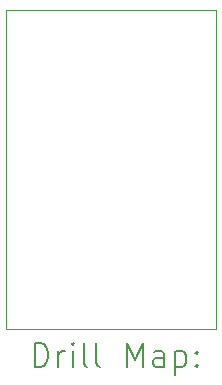
<source format=gbr>
%TF.GenerationSoftware,KiCad,Pcbnew,7.0.1*%
%TF.CreationDate,2023-05-11T16:25:53+02:00*%
%TF.ProjectId,Generic_Buck_Converter,47656e65-7269-4635-9f42-75636b5f436f,rev?*%
%TF.SameCoordinates,Original*%
%TF.FileFunction,Drillmap*%
%TF.FilePolarity,Positive*%
%FSLAX45Y45*%
G04 Gerber Fmt 4.5, Leading zero omitted, Abs format (unit mm)*
G04 Created by KiCad (PCBNEW 7.0.1) date 2023-05-11 16:25:53*
%MOMM*%
%LPD*%
G01*
G04 APERTURE LIST*
%ADD10C,0.100000*%
%ADD11C,0.200000*%
G04 APERTURE END LIST*
D10*
X10000000Y-10000000D02*
X11780000Y-10000000D01*
X11780000Y-12705000D01*
X10000000Y-12705000D01*
X10000000Y-10000000D01*
D11*
X10242619Y-13022524D02*
X10242619Y-12822524D01*
X10242619Y-12822524D02*
X10290238Y-12822524D01*
X10290238Y-12822524D02*
X10318810Y-12832048D01*
X10318810Y-12832048D02*
X10337857Y-12851095D01*
X10337857Y-12851095D02*
X10347381Y-12870143D01*
X10347381Y-12870143D02*
X10356905Y-12908238D01*
X10356905Y-12908238D02*
X10356905Y-12936809D01*
X10356905Y-12936809D02*
X10347381Y-12974905D01*
X10347381Y-12974905D02*
X10337857Y-12993952D01*
X10337857Y-12993952D02*
X10318810Y-13013000D01*
X10318810Y-13013000D02*
X10290238Y-13022524D01*
X10290238Y-13022524D02*
X10242619Y-13022524D01*
X10442619Y-13022524D02*
X10442619Y-12889190D01*
X10442619Y-12927286D02*
X10452143Y-12908238D01*
X10452143Y-12908238D02*
X10461667Y-12898714D01*
X10461667Y-12898714D02*
X10480714Y-12889190D01*
X10480714Y-12889190D02*
X10499762Y-12889190D01*
X10566429Y-13022524D02*
X10566429Y-12889190D01*
X10566429Y-12822524D02*
X10556905Y-12832048D01*
X10556905Y-12832048D02*
X10566429Y-12841571D01*
X10566429Y-12841571D02*
X10575952Y-12832048D01*
X10575952Y-12832048D02*
X10566429Y-12822524D01*
X10566429Y-12822524D02*
X10566429Y-12841571D01*
X10690238Y-13022524D02*
X10671190Y-13013000D01*
X10671190Y-13013000D02*
X10661667Y-12993952D01*
X10661667Y-12993952D02*
X10661667Y-12822524D01*
X10795000Y-13022524D02*
X10775952Y-13013000D01*
X10775952Y-13013000D02*
X10766429Y-12993952D01*
X10766429Y-12993952D02*
X10766429Y-12822524D01*
X11023571Y-13022524D02*
X11023571Y-12822524D01*
X11023571Y-12822524D02*
X11090238Y-12965381D01*
X11090238Y-12965381D02*
X11156905Y-12822524D01*
X11156905Y-12822524D02*
X11156905Y-13022524D01*
X11337857Y-13022524D02*
X11337857Y-12917762D01*
X11337857Y-12917762D02*
X11328333Y-12898714D01*
X11328333Y-12898714D02*
X11309286Y-12889190D01*
X11309286Y-12889190D02*
X11271190Y-12889190D01*
X11271190Y-12889190D02*
X11252143Y-12898714D01*
X11337857Y-13013000D02*
X11318809Y-13022524D01*
X11318809Y-13022524D02*
X11271190Y-13022524D01*
X11271190Y-13022524D02*
X11252143Y-13013000D01*
X11252143Y-13013000D02*
X11242619Y-12993952D01*
X11242619Y-12993952D02*
X11242619Y-12974905D01*
X11242619Y-12974905D02*
X11252143Y-12955857D01*
X11252143Y-12955857D02*
X11271190Y-12946333D01*
X11271190Y-12946333D02*
X11318809Y-12946333D01*
X11318809Y-12946333D02*
X11337857Y-12936809D01*
X11433095Y-12889190D02*
X11433095Y-13089190D01*
X11433095Y-12898714D02*
X11452143Y-12889190D01*
X11452143Y-12889190D02*
X11490238Y-12889190D01*
X11490238Y-12889190D02*
X11509286Y-12898714D01*
X11509286Y-12898714D02*
X11518809Y-12908238D01*
X11518809Y-12908238D02*
X11528333Y-12927286D01*
X11528333Y-12927286D02*
X11528333Y-12984428D01*
X11528333Y-12984428D02*
X11518809Y-13003476D01*
X11518809Y-13003476D02*
X11509286Y-13013000D01*
X11509286Y-13013000D02*
X11490238Y-13022524D01*
X11490238Y-13022524D02*
X11452143Y-13022524D01*
X11452143Y-13022524D02*
X11433095Y-13013000D01*
X11614048Y-13003476D02*
X11623571Y-13013000D01*
X11623571Y-13013000D02*
X11614048Y-13022524D01*
X11614048Y-13022524D02*
X11604524Y-13013000D01*
X11604524Y-13013000D02*
X11614048Y-13003476D01*
X11614048Y-13003476D02*
X11614048Y-13022524D01*
X11614048Y-12898714D02*
X11623571Y-12908238D01*
X11623571Y-12908238D02*
X11614048Y-12917762D01*
X11614048Y-12917762D02*
X11604524Y-12908238D01*
X11604524Y-12908238D02*
X11614048Y-12898714D01*
X11614048Y-12898714D02*
X11614048Y-12917762D01*
M02*

</source>
